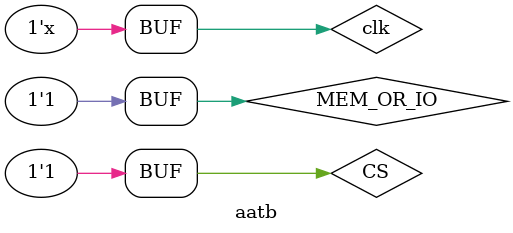
<source format=v>
module aatb();
	wire [7:0] addressDMA;
	wire [15:0] address;
	wire  [7:0] data;
	reg clk = 0;
        wire reset , HLDA ;
	wire [3:0]DREQ ;
	reg MEM_OR_IO = 1; // 0: MEM is source 1: IO is source in IO/MEM Op
	wire MEM_TO_MEM;   // 1 if mem to mem op
	wire MEMR, MEMW, CS, HREQ, ADSTB, READY, READY_IO, IOR, IOW, demandEnd;
	wire [3:0]DACK;
	wire [1:0]AEN;
	wire IOWP,MEMWP,IORP,MEMRP;
	wire DMA_OUT,DMA_IN;
	wire[7:0] a,d;
	assign CS = 1;
   	assign address[15:8] = (AEN==1)?data:8'bz;
	
						// AEN=1 : address and data are given from DMA
	                                         // AEN=2 : address from DMA and data from RAM
						   // AEN=3 : data is given from IO device
	DMA dma(address[7:0], data, clk, reset, CS, HLDA, 
		READY, READY_IO, DREQ, MEM_OR_IO, MEMR,
		MEMW, DACK, HREQ, AEN, ADSTB, DMA_OUT, 
		DMA_IN, demandEnd, IOR, IOW,IOWP,MEMWP,IORP,MEMRP, MEM_TO_MEM);
	RAM ram(clk, MEMW, MEMR, READY_IO, 
		MEM_TO_MEM, AEN,address, data, READY,MEMWP,MEMRP);
	IO io(clk, IOW, IOR, DACK, AEN, 
		READY, data, address, READY_IO,IOWP,IORP);
   	mips processor( AEN,clk,data,address,DMA_IN,
		DREQ[0],reset,IOWP,IORP,MEMWP,MEMRP,HLDA,HREQ);
/*initial
begin 
1reset <= 1;
2a[7:4] <= 4'b0110;
#5
3reset <= 0;
4DMA_IN <= 1;
5DREQ <= 0;
6a <= 0;
d <= 1;
#10
7a <= 0;
d <= 0;
#10
8a <= 1;
d <= 3;
#10
9a <= 1;
d <= 0;
#10
10a <= 8;
d <= 2;
#10
11a <= 11;
d <= 8'b10000000;
#10
12DREQ[0] <= 1;
#10
HLDA <= 1;
#30
13DREQ[0] <= 0;
14DMA_IN <= 0;

end*/
always
begin
#5
clk=~clk;
end
endmodule


 


</source>
